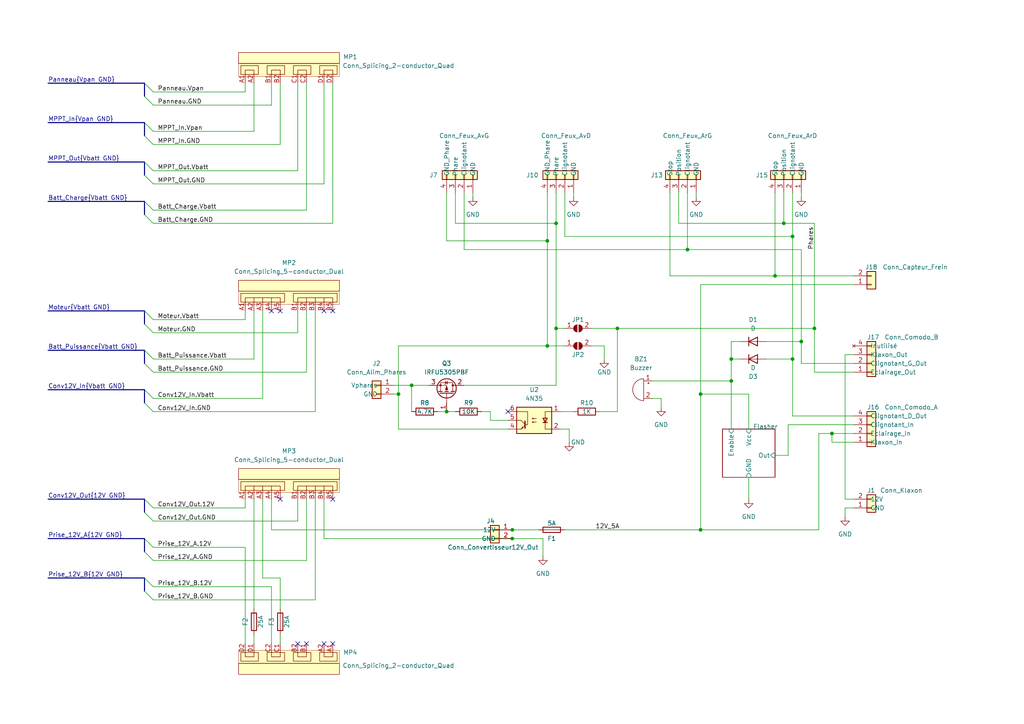
<source format=kicad_sch>
(kicad_sch (version 20211123) (generator eeschema)
  (paper "A4")
  (title_block (title "Boitier électrique vhéliotech") (date "2025-01-08") (company "Vélo solaire pour tous") (comment 1 "Licence CERN-OHL-S version 2"))
  (lib_symbols
    (symbol "Conn_Feux_Arriere_1" (pin_names (offset 1.016))
      (property "Reference" "J" (at 0 5.08 0))
      (property "Value" "Conn_Feux_Arriere_1" (at 0 -7.62 0))
      (symbol "Conn_Feux_Arriere_1_1_1"
        (rectangle (start -1.27 -4.953) (end 0 -5.207) (stroke (width 0.1524)))
        (rectangle (start -1.27 -2.413) (end 0 -2.667) (stroke (width 0.1524)))
        (rectangle (start -1.27 0.127) (end 0 -0.127) (stroke (width 0.1524)))
        (rectangle (start -1.27 2.667) (end 0 2.413) (stroke (width 0.1524)))
        (rectangle (start -1.27 3.81) (end 1.27 -6.35) (stroke (width 0.254)) (fill (type background)))
        (pin power_in line (at -5.08 2.54 0) (length 3.81) (name "GND") (number "1"))
        (pin passive line (at -5.08 0 0) (length 3.81) (name "Clignotant") (number "2"))
        (pin passive line (at -5.08 -2.54 0) (length 3.81) (name "Position") (number "3"))
        (pin passive line (at -5.08 -5.08 0) (length 3.81) (name "Stop") (number "4"))
      )
    )
    (symbol "Connector_Generic:Conn_01x02" (pin_names (offset 1.016) hide)
      (property "Reference" "J" (at 0 2.54 0))
      (property "Value" "Conn_01x02" (at 0 -5.08 0))
      (symbol "Conn_01x02_1_1"
        (rectangle (start -1.27 -2.413) (end 0 -2.667) (stroke (width 0.1524)))
        (rectangle (start -1.27 0.127) (end 0 -0.127) (stroke (width 0.1524)))
        (rectangle (start -1.27 1.27) (end 1.27 -3.81) (stroke (width 0.254)) (fill (type background)))
        (pin passive line (at -5.08 0 0) (length 3.81) (name "Pin_1") (number "1"))
        (pin passive line (at -5.08 -2.54 0) (length 3.81) (name "Pin_2") (number "2"))
      )
    )
    (symbol "Device:Buzzer" (pin_names (offset 0.0254) hide)
      (property "Reference" "BZ" (at 3.81 1.27 0))
      (property "Value" "Buzzer" (at 3.81 -1.27 0))
      (symbol "Buzzer_0_1"
        (arc (start 0 -3.175) (mid 3.175 0) (end 0 3.175))
        (polyline (pts (xy -1.651 1.905) (xy -1.143 1.905)))
        (polyline (pts (xy -1.397 2.159) (xy -1.397 1.651)))
        (polyline (pts (xy 0 3.175) (xy 0 -3.175)))
      )
      (symbol "Buzzer_1_1"
        (pin passive line (at -2.54 2.54 0) (length 2.54) (name "-") (number "1"))
        (pin passive line (at -2.54 -2.54 0) (length 2.54) (name "+") (number "2"))
      )
    )
    (symbol "Device:D" (pin_numbers hide) (pin_names (offset 1.016) hide)
      (property "Reference" "D" (at 0 2.54 0))
      (property "Value" "D" (at 0 -2.54 0))
      (symbol "D_0_1"
        (polyline (pts (xy -1.27 1.27) (xy -1.27 -1.27)) (stroke (width 0.254)))
        (polyline (pts (xy 1.27 0) (xy -1.27 0)))
        (polyline (pts (xy 1.27 1.27) (xy 1.27 -1.27) (xy -1.27 0) (xy 1.27 1.27)) (stroke (width 0.254)))
      )
      (symbol "D_1_1"
        (pin passive line (at -3.81 0 0) (length 2.54) (name "K") (number "1"))
        (pin passive line (at 3.81 0 180) (length 2.54) (name "A") (number "2"))
      )
    )
    (symbol "Device:R" (pin_numbers hide) (pin_names (offset 0))
      (property "Reference" "R" (at 2.032 0 90))
      (property "Value" "R" (at 0 0 90))
      (symbol "R_0_1"
        (rectangle (start -1.016 -2.54) (end 1.016 2.54) (stroke (width 0.254)))
      )
      (symbol "R_1_1"
        (pin passive line (at 0 3.81 270) (length 1.27) (name "~") (number "1"))
        (pin passive line (at 0 -3.81 90) (length 1.27) (name "~") (number "2"))
      )
    )
    (symbol "Isolator:4N35" (pin_names (offset 1.016))
      (property "Reference" "U" (at -5.08 5.08 0))
      (property "Value" "4N35" (at 0 5.08 0))
      (symbol "4N35_0_1"
        (rectangle (start -5.08 3.81) (end 5.08 -3.81) (stroke (width 0.254)) (fill (type background)))
        (polyline (pts (xy -3.81 -0.635) (xy -2.54 -0.635)) (stroke (width 0.254)))
        (polyline (pts (xy 2.667 -1.397) (xy 3.81 -2.54)))
        (polyline (pts (xy 2.667 -1.143) (xy 3.81 0)))
        (polyline (pts (xy 3.81 -2.54) (xy 5.08 -2.54)))
        (polyline (pts (xy 3.81 0) (xy 5.08 0)))
        (polyline (pts (xy 2.667 -0.254) (xy 2.667 -2.286) (xy 2.667 -2.286)) (stroke (width 0.3556)))
        (polyline (pts (xy -5.08 -2.54) (xy -3.175 -2.54) (xy -3.175 2.54) (xy -5.08 2.54)))
        (polyline (pts (xy -3.175 -0.635) (xy -3.81 0.635) (xy -2.54 0.635) (xy -3.175 -0.635)) (stroke (width 0.254)))
        (polyline (pts (xy 3.683 -2.413) (xy 3.429 -1.905) (xy 3.175 -2.159) (xy 3.683 -2.413)))
        (polyline (pts (xy 5.08 2.54) (xy 1.905 2.54) (xy 1.905 -1.27) (xy 2.54 -1.27)))
        (polyline (pts (xy -0.635 -0.508) (xy 0.635 -0.508) (xy 0.254 -0.635) (xy 0.254 -0.381) (xy 0.635 -0.508)))
        (polyline (pts (xy -0.635 0.508) (xy 0.635 0.508) (xy 0.254 0.381) (xy 0.254 0.635) (xy 0.635 0.508)))
      )
      (symbol "4N35_1_1"
        (pin passive line (at -7.62 2.54 0) (length 2.54) (name "~") (number "1"))
        (pin passive line (at -7.62 -2.54 0) (length 2.54) (name "~") (number "2"))
        (pin no_connect line (at -5.08 0 0) (length 2.54) hide (name "NC") (number "3"))
        (pin passive line (at 7.62 -2.54 180) (length 2.54) (name "~") (number "4"))
        (pin passive line (at 7.62 0 180) (length 2.54) (name "~") (number "5"))
        (pin passive line (at 7.62 2.54 180) (length 2.54) (name "~") (number "6"))
      )
    )
    (symbol "Jumper:SolderJumper_2_Open" (pin_names (offset 0) hide)
      (property "Reference" "JP" (at 0 2.032 0))
      (property "Value" "SolderJumper_2_Open" (at 0 -2.54 0))
      (symbol "SolderJumper_2_Open_0_1"
        (arc (start -0.254 1.016) (mid -1.27 0) (end -0.254 -1.016))
        (arc (start -0.254 1.016) (mid -1.27 0) (end -0.254 -1.016) (fill (type outline)))
        (polyline (pts (xy -0.254 1.016) (xy -0.254 -1.016)))
        (polyline (pts (xy 0.254 1.016) (xy 0.254 -1.016)))
        (arc (start 0.254 -1.016) (mid 1.27 0) (end 0.254 1.016))
        (arc (start 0.254 -1.016) (mid 1.27 0) (end 0.254 1.016) (fill (type outline)))
      )
      (symbol "SolderJumper_2_Open_1_1"
        (pin passive line (at -3.81 0 0) (length 2.54) (name "A") (number "1"))
        (pin passive line (at 3.81 0 180) (length 2.54) (name "B") (number "2"))
      )
    )
    (symbol "Transistor_FET:FQP27P06" (pin_names hide)
      (property "Reference" "Q" (at 5.08 1.905 0))
      (property "Value" "FQP27P06" (at 5.08 0 0))
      (symbol "FQP27P06_0_1"
        (polyline (pts (xy 0.254 0) (xy -2.54 0)))
        (polyline (pts (xy 0.254 1.905) (xy 0.254 -1.905)) (stroke (width 0.254)))
        (polyline (pts (xy 0.762 -1.27) (xy 0.762 -2.286)) (stroke (width 0.254)))
        (polyline (pts (xy 0.762 0.508) (xy 0.762 -0.508)) (stroke (width 0.254)))
        (polyline (pts (xy 0.762 2.286) (xy 0.762 1.27)) (stroke (width 0.254)))
        (polyline (pts (xy 2.54 2.54) (xy 2.54 1.778)))
        (polyline (pts (xy 2.54 -2.54) (xy 2.54 0) (xy 0.762 0)))
        (polyline (pts (xy 0.762 1.778) (xy 3.302 1.778) (xy 3.302 -1.778) (xy 0.762 -1.778)))
        (polyline (pts (xy 2.286 0) (xy 1.27 0.381) (xy 1.27 -0.381) (xy 2.286 0)) (fill (type outline)))
        (polyline (pts (xy 2.794 -0.508) (xy 2.921 -0.381) (xy 3.683 -0.381) (xy 3.81 -0.254)))
        (polyline (pts (xy 3.302 -0.381) (xy 2.921 0.254) (xy 3.683 0.254) (xy 3.302 -0.381)))
        (circle (center 1.651 0) (radius 2.794) (stroke (width 0.254)))
        (circle (center 2.54 -1.778) (radius 0.254) (fill (type outline)))
        (circle (center 2.54 1.778) (radius 0.254) (fill (type outline)))
      )
      (symbol "FQP27P06_1_1"
        (pin input line (at -5.08 0 0) (length 2.54) (name "G") (number "1"))
        (pin passive line (at 2.54 5.08 270) (length 2.54) (name "D") (number "2"))
        (pin passive line (at 2.54 -5.08 90) (length 2.54) (name "S") (number "3"))
      )
    )
    (symbol "circuit:Conn_Alim_Phares" (pin_names (offset 1.016))
      (property "Reference" "J" (at 0 2.54 0))
      (property "Value" "Conn_Alim_Phares" (at 0 -5.08 0))
      (symbol "Conn_Alim_Phares_1_1"
        (rectangle (start -1.27 -2.413) (end 0 -2.667) (stroke (width 0.1524)))
        (rectangle (start -1.27 0.127) (end 0 -0.127) (stroke (width 0.1524)))
        (rectangle (start -1.27 1.27) (end 1.27 -3.81) (stroke (width 0.254)) (fill (type background)))
        (pin power_out line (at -5.08 0 0) (length 3.81) (name "Vphares") (number "1"))
        (pin power_out line (at -5.08 -2.54 0) (length 3.81) (name "GND") (number "2"))
      )
    )
    (symbol "circuit:Conn_Comodo_A" (pin_names (offset 1.016))
      (property "Reference" "J" (at 0 5.08 0))
      (property "Value" "Conn_Comodo_A" (at 0 -7.62 0))
      (symbol "Conn_Comodo_A_1_1"
        (rectangle (start -1.27 -4.953) (end 0 -5.207) (stroke (width 0.1524)))
        (rectangle (start -1.27 -2.413) (end 0 -2.667) (stroke (width 0.1524)))
        (rectangle (start -1.27 0.127) (end 0 -0.127) (stroke (width 0.1524)))
        (rectangle (start -1.27 2.667) (end 0 2.413) (stroke (width 0.1524)))
        (rectangle (start -1.27 3.81) (end 1.27 -6.35) (stroke (width 0.254)) (fill (type background)))
        (pin passive line (at -5.08 2.54 0) (length 3.81) (name "Klaxon_In") (number "1"))
        (pin passive line (at -5.08 0 0) (length 3.81) (name "Eclairage_In") (number "2"))
        (pin passive line (at -5.08 -2.54 0) (length 3.81) (name "Clignotant_In") (number "3"))
        (pin passive line (at -5.08 -5.08 0) (length 3.81) (name "Clignotant_D_Out") (number "4"))
      )
    )
    (symbol "circuit:Conn_Comodo_B" (pin_names (offset 1.016))
      (property "Reference" "J" (at 0 5.08 0))
      (property "Value" "Conn_Comodo_B" (at 0 -7.62 0))
      (symbol "Conn_Comodo_B_1_1"
        (rectangle (start -1.27 -4.953) (end 0 -5.207) (stroke (width 0.1524)))
        (rectangle (start -1.27 -2.413) (end 0 -2.667) (stroke (width 0.1524)))
        (rectangle (start -1.27 0.127) (end 0 -0.127) (stroke (width 0.1524)))
        (rectangle (start -1.27 2.667) (end 0 2.413) (stroke (width 0.1524)))
        (rectangle (start -1.27 3.81) (end 1.27 -6.35) (stroke (width 0.254)) (fill (type background)))
        (pin passive line (at -5.08 2.54 0) (length 3.81) (name "Eclairage_Out") (number "1"))
        (pin passive line (at -5.08 0 0) (length 3.81) (name "Clignotant_G_Out") (number "2"))
        (pin passive line (at -5.08 -2.54 0) (length 3.81) (name "Klaxon_Out") (number "3"))
        (pin no_connect line (at -5.08 -5.08 0) (length 3.81) (name "Inutilisé") (number "4"))
      )
    )
    (symbol "circuit:Conn_Convertisseur12V_Out" (pin_names (offset 1.016))
      (property "Reference" "J" (at 0 2.54 0))
      (property "Value" "Conn_Convertisseur12V_Out" (at 0 -5.08 0))
      (symbol "Conn_Convertisseur12V_Out_1_1"
        (rectangle (start -1.27 -2.413) (end 0 -2.667) (stroke (width 0.1524)))
        (rectangle (start -1.27 0.127) (end 0 -0.127) (stroke (width 0.1524)))
        (rectangle (start -1.27 1.27) (end 1.27 -3.81) (stroke (width 0.254)) (fill (type background)))
        (pin power_out line (at -5.08 0 0) (length 3.81) (name "12V") (number "1"))
        (pin power_out line (at -5.08 -2.54 0) (length 3.81) (name "GND") (number "2"))
      )
    )
    (symbol "circuit:Conn_Feux_Arriere" (pin_names (offset 1.016))
      (property "Reference" "J" (at 0 5.08 0))
      (property "Value" "Conn_Feux_Arriere" (at 0 -7.62 0))
      (symbol "Conn_Feux_Arriere_1_1"
        (rectangle (start -1.27 -4.953) (end 0 -5.207) (stroke (width 0.1524)))
        (rectangle (start -1.27 -2.413) (end 0 -2.667) (stroke (width 0.1524)))
        (rectangle (start -1.27 0.127) (end 0 -0.127) (stroke (width 0.1524)))
        (rectangle (start -1.27 2.667) (end 0 2.413) (stroke (width 0.1524)))
        (rectangle (start -1.27 3.81) (end 1.27 -6.35) (stroke (width 0.254)) (fill (type background)))
        (pin power_in line (at -5.08 2.54 0) (length 3.81) (name "GND") (number "1"))
        (pin passive line (at -5.08 0 0) (length 3.81) (name "Clignotant") (number "2"))
        (pin passive line (at -5.08 -2.54 0) (length 3.81) (name "Position") (number "3"))
        (pin passive line (at -5.08 -5.08 0) (length 3.81) (name "Stop") (number "4"))
      )
    )
    (symbol "circuit:Conn_Feux_Avant" (pin_names (offset 1.016))
      (property "Reference" "J" (at 0 5.08 0))
      (property "Value" "Conn_Feux_Avant" (at 0 -7.62 0))
      (symbol "Conn_Feux_Avant_1_1"
        (rectangle (start -1.27 -4.953) (end 0 -5.207) (stroke (width 0.1524)))
        (rectangle (start -1.27 -2.413) (end 0 -2.667) (stroke (width 0.1524)))
        (rectangle (start -1.27 0.127) (end 0 -0.127) (stroke (width 0.1524)))
        (rectangle (start -1.27 2.667) (end 0 2.413) (stroke (width 0.1524)))
        (rectangle (start -1.27 3.81) (end 1.27 -6.35) (stroke (width 0.254)) (fill (type background)))
        (pin power_in line (at -5.08 2.54 0) (length 3.81) (name "GND") (number "1"))
        (pin passive line (at -5.08 0 0) (length 3.81) (name "Clignotant") (number "2"))
        (pin passive line (at -5.08 -2.54 0) (length 3.81) (name "Phare") (number "3"))
        (pin power_in line (at -5.08 -5.08 0) (length 3.81) (name "GND_Phare") (number "4"))
      )
    )
    (symbol "circuit:Conn_Klaxon" (pin_names (offset 1.016))
      (property "Reference" "J" (at 0 2.54 0))
      (property "Value" "Conn_Klaxon" (at 0 -5.08 0))
      (symbol "Conn_Klaxon_1_1"
        (rectangle (start -1.27 -2.413) (end 0 -2.667) (stroke (width 0.1524)))
        (rectangle (start -1.27 0.127) (end 0 -0.127) (stroke (width 0.1524)))
        (rectangle (start -1.27 1.27) (end 1.27 -3.81) (stroke (width 0.254)) (fill (type background)))
        (pin power_in line (at -5.08 0 0) (length 3.81) (name "GND") (number "1"))
        (pin passive line (at -5.08 -2.54 0) (length 3.81) (name "12V") (number "2"))
      )
    )
    (symbol "circuit:Conn_Splicing_2-conductor_Quad"
      (property "Reference" "MP" (at 0.635 11.43 0))
      (property "Value" "Conn_Splicing_2-conductor_Quad" (at 1.27 -21.59 0))
      (symbol "Conn_Splicing_2-conductor_Quad_0_1"
        (rectangle (start -3.175 9.525) (end 0.635 -19.685) (stroke (width 0.01)) (fill (type background)))
        (rectangle (start -2.54 -13.97) (end 0 -19.05))
        (rectangle (start -2.54 -6.35) (end 0 -11.43))
        (rectangle (start -2.54 1.27) (end 0 -3.81))
        (rectangle (start -2.54 8.89) (end 0 3.81))
        (polyline (pts (xy -2.54 -15.24) (xy -1.27 -15.24) (xy -1.27 -17.78) (xy -2.54 -17.78)))
        (polyline (pts (xy -2.54 -7.62) (xy -1.27 -7.62) (xy -1.27 -10.16) (xy -2.54 -10.16)))
        (polyline (pts (xy -2.54 0) (xy -1.27 0) (xy -1.27 -2.54) (xy -2.54 -2.54)))
        (polyline (pts (xy -2.54 7.62) (xy -1.27 7.62) (xy -1.27 5.08) (xy -2.54 5.08)))
        (rectangle (start 0.635 9.525) (end 3.81 -19.685) (fill (type background)))
      )
      (symbol "Conn_Splicing_2-conductor_Quad_1_1"
        (pin passive line (at -5.08 7.62 0) (length 2.54) (name "") (number "A1"))
        (pin passive line (at -5.08 5.08 0) (length 2.54) (name "") (number "A2"))
        (pin passive line (at -5.08 0 0) (length 2.54) (name "") (number "B1"))
        (pin passive line (at -5.08 -2.54 0) (length 2.54) (name "") (number "B2"))
        (pin passive line (at -5.08 -7.62 0) (length 2.54) (name "") (number "C1"))
        (pin passive line (at -5.08 -10.16 0) (length 2.54) (name "") (number "C2"))
        (pin passive line (at -5.08 -15.24 0) (length 2.54) (name "") (number "D1"))
        (pin passive line (at -5.08 -17.78 0) (length 2.54) (name "") (number "D2"))
      )
    )
    (symbol "circuit:Conn_Splicing_5-conductor_Dual"
      (property "Reference" "MP" (at 0.635 11.43 0))
      (property "Value" "Conn_Splicing_5-conductor_Dual" (at 1.27 -21.59 0))
      (symbol "Conn_Splicing_5-conductor_Dual_0_1"
        (rectangle (start -3.175 9.525) (end 0.635 -19.685) (stroke (width 0.01)) (fill (type background)))
        (rectangle (start -2.54 -6.35) (end 0 -19.05))
        (rectangle (start -2.54 8.89) (end 0 -3.81))
        (polyline (pts (xy -1.27 -15.24) (xy -2.54 -15.24)))
        (polyline (pts (xy -1.27 -12.7) (xy -2.54 -12.7)))
        (polyline (pts (xy -1.27 -10.16) (xy -2.54 -10.16)))
        (polyline (pts (xy -1.27 0) (xy -2.54 0)))
        (polyline (pts (xy -1.27 2.54) (xy -2.54 2.54)))
        (polyline (pts (xy -1.27 5.08) (xy -2.54 5.08)))
        (polyline (pts (xy -2.54 -7.62) (xy -1.27 -7.62) (xy -1.27 -17.78) (xy -2.54 -17.78)))
        (polyline (pts (xy -2.54 7.62) (xy -1.27 7.62) (xy -1.27 -2.54) (xy -2.54 -2.54)))
        (rectangle (start 0.635 9.525) (end 3.81 -19.685) (fill (type background)))
      )
      (symbol "Conn_Splicing_5-conductor_Dual_1_1"
        (pin passive line (at -5.08 7.62 0) (length 2.54) (name "") (number "A1"))
        (pin passive line (at -5.08 5.08 0) (length 2.54) (name "") (number "A2"))
        (pin passive line (at -5.08 2.54 0) (length 2.54) (name "") (number "A3"))
        (pin passive line (at -5.08 0 0) (length 2.54) (name "") (number "A4"))
        (pin passive line (at -5.08 -2.54 0) (length 2.54) (name "") (number "A5"))
        (pin passive line (at -5.08 -7.62 0) (length 2.54) (name "") (number "B1"))
        (pin passive line (at -5.08 -10.16 0) (length 2.54) (name "") (number "B2"))
        (pin passive line (at -5.08 -12.7 0) (length 2.54) (name "") (number "B3"))
        (pin passive line (at -5.08 -15.24 0) (length 2.54) (name "") (number "B4"))
        (pin passive line (at -5.08 -17.78 0) (length 2.54) (name "") (number "B5"))
      )
    )
    (symbol "circuit:Fuse" (pin_numbers hide) (pin_names (offset 0))
      (property "Reference" "F" (at 2.032 0 90))
      (property "Value" "Fuse" (at -1.905 0 90))
      (symbol "Fuse_0_1"
        (rectangle (start -0.762 -2.54) (end 0.762 2.54) (stroke (width 0.254)))
        (polyline (pts (xy 0 2.54) (xy 0 -2.54)))
      )
      (symbol "Fuse_1_1"
        (pin passive line (at 0 3.81 270) (length 1.27) (name "~") (number "1"))
        (pin passive line (at 0 -3.81 90) (length 1.27) (name "~") (number "2"))
      )
    )
    (symbol "power:GND" (power) (pin_names (offset 0))
      (property "Value" "GND" (at 0 -3.81 0))
      (symbol "GND_0_1"
        (polyline (pts (xy 0 0) (xy 0 -1.27) (xy 1.27 -1.27) (xy 0 -2.54) (xy -1.27 -1.27) (xy 0 -1.27)))
      )
      (symbol "GND_1_1"
        (pin power_in line (at 0 0 270) (length 0) hide (name "GND") (number "1"))
      )
    )
  )
  (junction (at 148.59 156.21))
  (junction (at 179.07 95.25))
  (junction (at 199.39 72.39))
  (junction (at 161.29 64.77))
  (junction (at 224.79 80.01))
  (junction (at 241.3 125.73))
  (junction (at 229.87 104.14))
  (junction (at 203.2 114.3))
  (junction (at 115.57 114.3))
  (junction (at 227.33 64.77))
  (junction (at 161.29 95.25))
  (junction (at 229.87 68.58))
  (junction (at 212.09 104.14))
  (junction (at 236.22 95.25))
  (junction (at 158.75 69.85))
  (junction (at 212.09 110.49))
  (junction (at 203.2 153.67))
  (junction (at 129.54 119.38))
  (junction (at 148.59 153.67))
  (junction (at 232.41 99.06))
  (junction (at 158.75 100.33))
  (junction (at 119.38 111.76))
  (no_connect (at 96.52 186.69))
  (no_connect (at 93.98 90.17))
  (no_connect (at 96.52 144.78))
  (no_connect (at 96.52 90.17))
  (no_connect (at 147.32 119.38))
  (no_connect (at 78.74 90.17))
  (no_connect (at 88.9 186.69))
  (no_connect (at 93.98 186.69))
  (no_connect (at 86.36 186.69))
  (no_connect (at 81.28 144.78))
  (no_connect (at 81.28 90.17))
  (bus_entry (at 41.91 35.56) (size 2.54 2.54))
  (bus_entry (at 41.91 105.41) (size 2.54 2.54))
  (bus_entry (at 41.91 144.78) (size 2.54 2.54))
  (bus_entry (at 41.91 58.42) (size 2.54 2.54))
  (bus_entry (at 41.91 116.84) (size 2.54 2.54))
  (bus_entry (at 41.91 62.23) (size 2.54 2.54))
  (bus_entry (at 41.91 24.13) (size 2.54 2.54))
  (bus_entry (at 41.91 50.8) (size 2.54 2.54))
  (bus_entry (at 41.91 167.64) (size 2.54 2.54))
  (bus_entry (at 41.91 46.99) (size 2.54 2.54))
  (bus_entry (at 41.91 156.21) (size 2.54 2.54))
  (bus_entry (at 41.91 93.98) (size 2.54 2.54))
  (bus_entry (at 41.91 113.03) (size 2.54 2.54))
  (bus_entry (at 41.91 171.45) (size 2.54 2.54))
  (bus_entry (at 41.91 90.17) (size 2.54 2.54))
  (bus_entry (at 41.91 148.59) (size 2.54 2.54))
  (bus_entry (at 41.91 27.94) (size 2.54 2.54))
  (bus_entry (at 41.91 160.02) (size 2.54 2.54))
  (bus_entry (at 41.91 101.6) (size 2.54 2.54))
  (bus_entry (at 41.91 39.37) (size 2.54 2.54))
  (wire (pts (xy 217.17 138.43) (xy 217.17 144.78)))
  (wire (pts (xy 71.12 147.32) (xy 71.12 144.78)))
  (wire (pts (xy 212.09 110.49) (xy 212.09 124.46)))
  (wire (pts (xy 161.29 95.25) (xy 161.29 111.76)))
  (wire (pts (xy 247.65 147.32) (xy 245.11 147.32)))
  (bus (pts (xy 41.91 35.56) (xy 41.91 39.37)))
  (wire (pts (xy 88.9 162.56) (xy 88.9 144.78)))
  (wire (pts (xy 129.54 55.88) (xy 129.54 69.85)))
  (wire (pts (xy 228.6 123.19) (xy 228.6 132.08)))
  (wire (pts (xy 222.25 99.06) (xy 232.41 99.06)))
  (wire (pts (xy 161.29 64.77) (xy 132.08 64.77)))
  (wire (pts (xy 212.09 104.14) (xy 212.09 110.49)))
  (bus (pts (xy 13.97 24.13) (xy 41.91 24.13)))
  (wire (pts (xy 44.45 162.56) (xy 88.9 162.56)))
  (bus (pts (xy 41.91 144.78) (xy 41.91 148.59)))
  (wire (pts (xy 44.45 158.75) (xy 71.12 158.75)))
  (wire (pts (xy 227.33 55.88) (xy 227.33 64.77)))
  (wire (pts (xy 44.45 170.18) (xy 78.74 170.18)))
  (wire (pts (xy 199.39 55.88) (xy 199.39 72.39)))
  (wire (pts (xy 127 119.38) (xy 129.54 119.38)))
  (wire (pts (xy 88.9 60.96) (xy 88.9 24.13)))
  (wire (pts (xy 158.75 100.33) (xy 115.57 100.33)))
  (wire (pts (xy 229.87 68.58) (xy 163.83 68.58)))
  (wire (pts (xy 161.29 95.25) (xy 163.83 95.25)))
  (wire (pts (xy 44.45 147.32) (xy 71.12 147.32)))
  (wire (pts (xy 73.66 144.78) (xy 73.66 176.53)))
  (wire (pts (xy 147.32 121.92) (xy 142.24 121.92)))
  (wire (pts (xy 237.49 153.67) (xy 237.49 125.73)))
  (wire (pts (xy 162.56 119.38) (xy 166.37 119.38)))
  (wire (pts (xy 81.28 167.64) (xy 81.28 176.53)))
  (wire (pts (xy 44.45 30.48) (xy 78.74 30.48)))
  (wire (pts (xy 137.16 55.88) (xy 137.16 57.15)))
  (wire (pts (xy 161.29 55.88) (xy 161.29 64.77)))
  (wire (pts (xy 241.3 128.27) (xy 241.3 125.73)))
  (wire (pts (xy 114.3 114.3) (xy 115.57 114.3)))
  (wire (pts (xy 44.45 26.67) (xy 71.12 26.67)))
  (wire (pts (xy 179.07 95.25) (xy 236.22 95.25)))
  (wire (pts (xy 158.75 100.33) (xy 163.83 100.33)))
  (wire (pts (xy 71.12 92.71) (xy 71.12 90.17)))
  (wire (pts (xy 161.29 64.77) (xy 161.29 95.25)))
  (wire (pts (xy 245.11 144.78) (xy 247.65 144.78)))
  (wire (pts (xy 86.36 96.52) (xy 86.36 90.17)))
  (wire (pts (xy 247.65 120.65) (xy 229.87 120.65)))
  (wire (pts (xy 91.44 173.99) (xy 91.44 144.78)))
  (bus (pts (xy 13.97 144.78) (xy 41.91 144.78)))
  (wire (pts (xy 78.74 186.69) (xy 78.74 170.18)))
  (bus (pts (xy 13.97 156.21) (xy 41.91 156.21)))
  (wire (pts (xy 203.2 114.3) (xy 217.17 114.3)))
  (bus (pts (xy 13.97 58.42) (xy 41.91 58.42)))
  (bus (pts (xy 13.97 35.56) (xy 41.91 35.56)))
  (wire (pts (xy 245.11 102.87) (xy 245.11 144.78)))
  (wire (pts (xy 129.54 69.85) (xy 158.75 69.85)))
  (wire (pts (xy 73.66 184.15) (xy 73.66 186.69)))
  (wire (pts (xy 203.2 114.3) (xy 203.2 153.67)))
  (wire (pts (xy 224.79 80.01) (xy 224.79 55.88)))
  (wire (pts (xy 148.59 156.21) (xy 157.48 156.21)))
  (wire (pts (xy 162.56 124.46) (xy 165.1 124.46)))
  (wire (pts (xy 163.83 153.67) (xy 203.2 153.67)))
  (wire (pts (xy 191.77 118.11) (xy 191.77 115.57)))
  (wire (pts (xy 179.07 95.25) (xy 179.07 119.38)))
  (wire (pts (xy 201.93 55.88) (xy 201.93 57.15)))
  (wire (pts (xy 236.22 64.77) (xy 236.22 95.25)))
  (wire (pts (xy 81.28 184.15) (xy 81.28 186.69)))
  (wire (pts (xy 158.75 69.85) (xy 158.75 100.33)))
  (wire (pts (xy 78.74 30.48) (xy 78.74 24.13)))
  (wire (pts (xy 212.09 99.06) (xy 212.09 104.14)))
  (wire (pts (xy 78.74 153.67) (xy 78.74 144.78)))
  (wire (pts (xy 44.45 53.34) (xy 93.98 53.34)))
  (wire (pts (xy 194.31 80.01) (xy 194.31 55.88)))
  (wire (pts (xy 229.87 104.14) (xy 229.87 120.65)))
  (wire (pts (xy 114.3 111.76) (xy 119.38 111.76)))
  (wire (pts (xy 228.6 123.19) (xy 247.65 123.19)))
  (wire (pts (xy 134.62 72.39) (xy 134.62 55.88)))
  (wire (pts (xy 245.11 102.87) (xy 247.65 102.87)))
  (wire (pts (xy 115.57 114.3) (xy 115.57 124.46)))
  (wire (pts (xy 222.25 104.14) (xy 229.87 104.14)))
  (bus (pts (xy 13.97 113.03) (xy 41.91 113.03)))
  (bus (pts (xy 41.91 101.6) (xy 41.91 105.41)))
  (wire (pts (xy 179.07 119.38) (xy 173.99 119.38)))
  (wire (pts (xy 115.57 100.33) (xy 115.57 114.3)))
  (bus (pts (xy 41.91 46.99) (xy 41.91 50.8)))
  (wire (pts (xy 88.9 107.95) (xy 88.9 90.17)))
  (wire (pts (xy 212.09 104.14) (xy 214.63 104.14)))
  (bus (pts (xy 41.91 24.13) (xy 41.91 27.94)))
  (wire (pts (xy 86.36 151.13) (xy 86.36 144.78)))
  (wire (pts (xy 44.45 107.95) (xy 88.9 107.95)))
  (wire (pts (xy 76.2 144.78) (xy 76.2 167.64)))
  (wire (pts (xy 232.41 99.06) (xy 232.41 105.41)))
  (wire (pts (xy 203.2 82.55) (xy 247.65 82.55)))
  (wire (pts (xy 189.23 110.49) (xy 212.09 110.49)))
  (wire (pts (xy 86.36 49.53) (xy 86.36 24.13)))
  (wire (pts (xy 148.59 153.67) (xy 78.74 153.67)))
  (wire (pts (xy 44.45 41.91) (xy 81.28 41.91)))
  (wire (pts (xy 237.49 125.73) (xy 241.3 125.73)))
  (wire (pts (xy 76.2 115.57) (xy 76.2 90.17)))
  (wire (pts (xy 196.85 55.88) (xy 196.85 64.77)))
  (wire (pts (xy 93.98 156.21) (xy 93.98 144.78)))
  (wire (pts (xy 81.28 41.91) (xy 81.28 24.13)))
  (wire (pts (xy 147.32 124.46) (xy 115.57 124.46)))
  (wire (pts (xy 203.2 82.55) (xy 203.2 114.3)))
  (wire (pts (xy 214.63 99.06) (xy 212.09 99.06)))
  (bus (pts (xy 41.91 167.64) (xy 41.91 171.45)))
  (wire (pts (xy 44.45 119.38) (xy 91.44 119.38)))
  (wire (pts (xy 73.66 104.14) (xy 73.66 90.17)))
  (wire (pts (xy 119.38 111.76) (xy 119.38 119.38)))
  (wire (pts (xy 44.45 64.77) (xy 96.52 64.77)))
  (wire (pts (xy 241.3 125.73) (xy 247.65 125.73)))
  (wire (pts (xy 171.45 95.25) (xy 179.07 95.25)))
  (wire (pts (xy 44.45 151.13) (xy 86.36 151.13)))
  (wire (pts (xy 199.39 72.39) (xy 134.62 72.39)))
  (wire (pts (xy 247.65 128.27) (xy 241.3 128.27)))
  (wire (pts (xy 44.45 49.53) (xy 86.36 49.53)))
  (wire (pts (xy 91.44 119.38) (xy 91.44 90.17)))
  (wire (pts (xy 44.45 115.57) (xy 76.2 115.57)))
  (wire (pts (xy 157.48 156.21) (xy 157.48 161.29)))
  (wire (pts (xy 232.41 72.39) (xy 232.41 99.06)))
  (wire (pts (xy 245.11 147.32) (xy 245.11 149.86)))
  (wire (pts (xy 73.66 38.1) (xy 73.66 24.13)))
  (wire (pts (xy 203.2 153.67) (xy 237.49 153.67)))
  (wire (pts (xy 224.79 80.01) (xy 194.31 80.01)))
  (wire (pts (xy 142.24 121.92) (xy 142.24 119.38)))
  (wire (pts (xy 163.83 68.58) (xy 163.83 55.88)))
  (wire (pts (xy 44.45 92.71) (xy 71.12 92.71)))
  (wire (pts (xy 71.12 26.67) (xy 71.12 24.13)))
  (wire (pts (xy 224.79 80.01) (xy 247.65 80.01)))
  (bus (pts (xy 13.97 167.64) (xy 41.91 167.64)))
  (wire (pts (xy 175.26 104.14) (xy 175.26 100.33)))
  (wire (pts (xy 236.22 107.95) (xy 247.65 107.95)))
  (wire (pts (xy 171.45 100.33) (xy 175.26 100.33)))
  (wire (pts (xy 44.45 60.96) (xy 88.9 60.96)))
  (wire (pts (xy 44.45 96.52) (xy 86.36 96.52)))
  (bus (pts (xy 41.91 90.17) (xy 41.91 93.98)))
  (wire (pts (xy 236.22 95.25) (xy 236.22 107.95)))
  (wire (pts (xy 158.75 69.85) (xy 158.75 55.88)))
  (wire (pts (xy 229.87 68.58) (xy 229.87 104.14)))
  (wire (pts (xy 44.45 173.99) (xy 91.44 173.99)))
  (wire (pts (xy 119.38 111.76) (xy 124.46 111.76)))
  (wire (pts (xy 96.52 64.77) (xy 96.52 24.13)))
  (bus (pts (xy 13.97 46.99) (xy 41.91 46.99)))
  (bus (pts (xy 13.97 101.6) (xy 41.91 101.6)))
  (wire (pts (xy 199.39 72.39) (xy 232.41 72.39)))
  (bus (pts (xy 41.91 58.42) (xy 41.91 62.23)))
  (wire (pts (xy 229.87 55.88) (xy 229.87 68.58)))
  (wire (pts (xy 166.37 55.88) (xy 166.37 57.15)))
  (wire (pts (xy 44.45 104.14) (xy 73.66 104.14)))
  (bus (pts (xy 41.91 156.21) (xy 41.91 160.02)))
  (wire (pts (xy 224.79 132.08) (xy 228.6 132.08)))
  (bus (pts (xy 13.97 90.17) (xy 41.91 90.17)))
  (wire (pts (xy 191.77 115.57) (xy 189.23 115.57)))
  (wire (pts (xy 232.41 105.41) (xy 247.65 105.41)))
  (wire (pts (xy 232.41 55.88) (xy 232.41 57.15)))
  (wire (pts (xy 44.45 38.1) (xy 73.66 38.1)))
  (wire (pts (xy 217.17 114.3) (xy 217.17 124.46)))
  (wire (pts (xy 196.85 64.77) (xy 227.33 64.77)))
  (wire (pts (xy 76.2 167.64) (xy 81.28 167.64)))
  (wire (pts (xy 134.62 111.76) (xy 161.29 111.76)))
  (wire (pts (xy 129.54 119.38) (xy 132.08 119.38)))
  (wire (pts (xy 148.59 156.21) (xy 93.98 156.21)))
  (wire (pts (xy 227.33 64.77) (xy 236.22 64.77)))
  (bus (pts (xy 41.91 113.03) (xy 41.91 116.84)))
  (wire (pts (xy 71.12 186.69) (xy 71.12 158.75)))
  (wire (pts (xy 148.59 153.67) (xy 156.21 153.67)))
  (wire (pts (xy 132.08 64.77) (xy 132.08 55.88)))
  (wire (pts (xy 93.98 53.34) (xy 93.98 24.13)))
  (wire (pts (xy 142.24 119.38) (xy 139.7 119.38)))
  (wire (pts (xy 165.1 124.46) (xy 165.1 128.27)))
  (label "Panneau.Vpan" (at 45.72 26.67 0))
  (label "Panneau.GND" (at 45.72 30.48 0))
  (label "Conv12V_In.Vbatt" (at 45.72 115.57 0))
  (label "Batt_Charge{Vbatt GND}" (at 13.97 58.42 0))
  (label "MPPT_Out{Vbatt GND}" (at 13.97 46.99 0))
  (label "Moteur.GND" (at 45.72 96.52 0))
  (label "Batt_Puissance.Vbatt" (at 45.72 104.14 0))
  (label "Panneau{Vpan GND}" (at 13.97 24.13 0))
  (label "Moteur.Vbatt" (at 45.72 92.71 0))
  (label "Phares" (at 236.22 72.39 90))
  (label "Conv12V_Out.GND" (at 45.72 151.13 0))
  (label "Batt_Charge.GND" (at 45.72 64.77 0))
  (label "Conv12V_Out{12V GND}" (at 13.97 144.78 0))
  (label "MPPT_In{Vpan GND}" (at 13.97 35.56 0))
  (label "Batt_Charge.Vbatt" (at 45.72 60.96 0))
  (label "Prise_12V_B{12V GND}" (at 13.97 167.64 0))
  (label "Conv12V_In{Vbatt GND}" (at 13.97 113.03 0))
  (label "Prise_12V_A.GND" (at 45.72 162.56 0))
  (label "MPPT_In.GND" (at 45.72 41.91 0))
  (label "12V_5A" (at 172.72 153.67 0))
  (label "Batt_Puissance.GND" (at 45.72 107.95 0))
  (label "Conv12V_In.GND" (at 45.72 119.38 0))
  (label "Batt_Puissance{Vbatt GND}" (at 13.97 101.6 0))
  (label "Prise_12V_A.12V" (at 45.72 158.75 0))
  (label "Moteur{Vbatt GND}" (at 13.97 90.17 0))
  (label "Prise_12V_A{12V GND}" (at 13.97 156.21 0))
  (label "Prise_12V_B.12V" (at 45.72 170.18 0))
  (label "MPPT_Out.GND" (at 45.72 53.34 0))
  (label "MPPT_Out.Vbatt" (at 45.72 49.53 0))
  (label "MPPT_In.Vpan" (at 45.72 38.1 0))
  (label "Conv12V_Out.12V" (at 45.72 147.32 0))
  (label "Prise_12V_B.GND" (at 45.72 173.99 0))
  (symbol (lib_id "Isolator:4N35") (at 154.94 121.92 0) (mirror y) (unit 1)
    (property "Reference" "U2" (at 154.94 113.03 0))
    (property "Value" "4N35" (at 154.94 115.57 0))
    (property "Footprint" "Package_DIP:DIP-6_W7.62mm" (effects hide))
    (property "Datasheet" "https://www.vishay.com/docs/81181/4n35.pdf" (effects hide))
  )
  (symbol (lib_id "power:GND") (at 245.11 149.86 0) (unit 1)
    (property "Reference" "#PWR0102" (effects hide))
    (property "Value" "GND" (at 245.11 154.94 0))
  )
  (symbol (lib_id "power:GND") (at 157.48 161.29 0) (unit 1)
    (property "Reference" "#PWR0107" (effects hide))
    (property "Value" "GND" (at 157.48 166.37 0))
  )
  (symbol (lib_id "circuit:Conn_Feux_Avant") (at 163.83 50.8 270) (mirror x) (unit 1)
    (property "Reference" "J10" (at 156.21 50.8 90) (effects (justify right)))
    (property "Value" "Conn_Feux_AvD" (at 171.45 39.37 90) (effects (justify right)))
    (property "Footprint" "circuit:TerminalBlock_Wago_2601-3104_1x04_P3.50mm_Vertical" (effects hide))
  )
  (symbol (lib_id "circuit:Fuse") (at 73.66 180.34 180) (unit 1) (on_board no)
    (property "Reference" "F2" (at 71.12 180.34 90))
    (property "Value" "25A" (at 75.565 180.34 90))
    (property "Footprint" "circuit:Littelfuse_FuseHolder_FL1_178.6764.0001" (effects hide))
  )
  (symbol (lib_id "Transistor_FET:FQP27P06") (at 129.54 114.3 270) (mirror x) (unit 1)
    (property "Reference" "Q3" (at 129.54 105.41 90))
    (property "Value" "IRFU5305PBF" (at 129.54 107.95 90))
    (property "Footprint" "circuit:TO-251-3_Vertical" (effects hide))
    (property "Datasheet" "https://www.onsemi.com/pub/Collateral/FQP27P06-D.PDF" (effects hide))
  )
  (symbol (lib_id "circuit:Conn_Klaxon") (at 252.73 147.32 0) (mirror x) (unit 1)
    (property "Reference" "J1" (at 251.46 142.24 0) (effects (justify left)))
    (property "Value" "Conn_Klaxon" (at 255.27 142.24 0) (effects (justify left)))
    (property "Footprint" "circuit:TerminalBlock_Wago_2601-3102_1x02_P3.50mm_Vertical" (effects hide))
  )
  (symbol (lib_id "Device:D") (at 218.44 99.06 0) (unit 1)
    (property "Reference" "D1" (at 218.44 92.71 0))
    (property "Value" "D" (at 218.44 95.25 0))
    (property "Footprint" "Diode_THT:D_DO-35_SOD27_P7.62mm_Horizontal" (effects hide))
  )
  (symbol (lib_id "power:GND") (at 232.41 57.15 0) (unit 1)
    (property "Reference" "#PWR0103" (effects hide))
    (property "Value" "GND" (at 232.41 62.23 0))
  )
  (symbol (lib_id "circuit:Conn_Splicing_5-conductor_Dual") (at 78.74 85.09 90) (unit 1)
    (property "Reference" "MP2" (at 83.82 76.2 90))
    (property "Value" "Conn_Splicing_5-conductor_Dual" (at 83.82 78.74 90))
    (property "Footprint" "circuit:Wago_221-500_SplicingConnectorHolder" (effects hide))
  )
  (symbol (lib_name "Conn_Feux_Arriere_1") (lib_id "circuit:Conn_Feux_Arriere") (at 199.39 50.8 270) (mirror x) (unit 1)
    (property "Reference" "J13" (at 190.5 50.8 90))
    (property "Value" "Conn_Feux_ArG" (at 199.39 39.37 90))
    (property "Footprint" "circuit:TerminalBlock_Wago_2601-3104_1x04_P3.50mm_Vertical" (effects hide))
  )
  (symbol (lib_id "Device:Buzzer") (at 186.69 113.03 0) (mirror y) (unit 1)
    (property "Reference" "BZ1" (at 185.928 104.14 0))
    (property "Value" "Buzzer" (at 185.928 106.68 0))
    (property "Footprint" "circuit:Buzzer_25x16_12.5" (effects hide))
  )
  (symbol (lib_id "circuit:Conn_Convertisseur12V_Out") (at 143.51 153.67 0) (mirror y) (unit 1)
    (property "Reference" "J4" (at 143.51 151.13 0) (effects (justify left)))
    (property "Value" "Conn_Convertisseur12V_Out" (at 156.21 158.75 0) (effects (justify left)))
    (property "Footprint" "circuit:TerminalBlock_Wago_2601-3102_1x02_P3.50mm_Vertical" (effects hide))
  )
  (symbol (lib_id "circuit:Conn_Splicing_2-conductor_Quad") (at 78.74 19.05 90) (unit 1)
    (property "Reference" "MP1" (at 101.6 16.51 90))
    (property "Value" "Conn_Splicing_2-conductor_Quad" (at 115.57 19.05 90))
    (property "Footprint" "circuit:Wago_221-500_SplicingConnectorHolder" (effects hide))
  )
  (symbol (lib_id "circuit:Conn_Comodo_A") (at 252.73 125.73 0) (mirror x) (unit 1)
    (property "Reference" "J16" (at 251.46 118.11 0) (effects (justify left)))
    (property "Value" "Conn_Comodo_A" (at 256.54 118.11 0) (effects (justify left)))
    (property "Footprint" "circuit:TerminalBlock_Wago_2601-3104_1x04_P3.50mm_Vertical" (effects hide))
  )
  (symbol (lib_id "circuit:Conn_Splicing_5-conductor_Dual") (at 78.74 139.7 90) (unit 1)
    (property "Reference" "MP3" (at 83.82 130.81 90))
    (property "Value" "Conn_Splicing_5-conductor_Dual" (at 83.82 133.35 90))
    (property "Footprint" "circuit:Wago_221-500_SplicingConnectorHolder" (effects hide))
  )
  (symbol (lib_id "Device:R") (at 135.89 119.38 90) (unit 1)
    (property "Reference" "R9" (at 135.89 116.84 90))
    (property "Value" "10K" (at 135.89 119.38 90))
    (property "Footprint" "Resistor_THT:R_Axial_DIN0207_L6.3mm_D2.5mm_P10.16mm_Horizontal" (effects hide))
  )
  (symbol (lib_id "power:GND") (at 191.77 118.11 0) (unit 1)
    (property "Reference" "#PWR01" (effects hide))
    (property "Value" "GND" (at 191.77 123.19 0))
  )
  (symbol (lib_id "Jumper:SolderJumper_2_Open") (at 167.64 100.33 0) (unit 1)
    (property "Reference" "JP2" (at 167.64 102.87 0))
    (property "Value" "SolderJumper_2_Open" (effects hide))
    (property "Footprint" "Jumper:SolderJumper-2_P1.3mm_Open_RoundedPad1.0x1.5mm" (effects hide))
  )
  (symbol (lib_id "Device:R") (at 123.19 119.38 90) (unit 1)
    (property "Reference" "R8" (at 123.19 116.84 90))
    (property "Value" "4.7K" (at 123.19 119.38 90))
    (property "Footprint" "Resistor_THT:R_Axial_DIN0207_L6.3mm_D2.5mm_P10.16mm_Horizontal" (effects hide))
  )
  (symbol (lib_id "circuit:Conn_Comodo_B") (at 252.73 105.41 0) (mirror x) (unit 1)
    (property "Reference" "J17" (at 251.46 97.79 0) (effects (justify left)))
    (property "Value" "Conn_Comodo_B" (at 256.54 97.79 0) (effects (justify left)))
    (property "Footprint" "circuit:TerminalBlock_Wago_2601-3104_1x04_P3.50mm_Vertical" (effects hide))
  )
  (symbol (lib_id "circuit:Fuse") (at 160.02 153.67 270) (unit 1)
    (property "Reference" "F1" (at 160.02 156.21 90))
    (property "Value" "5A" (at 160.02 151.765 90))
    (property "Footprint" "circuit:Generic_FuseHolder_MINI" (effects hide))
  )
  (symbol (lib_id "circuit:Fuse") (at 81.28 180.34 180) (unit 1) (on_board no)
    (property "Reference" "F3" (at 78.74 180.34 90))
    (property "Value" "25A" (at 83.185 180.34 90))
    (property "Footprint" "circuit:Littelfuse_FuseHolder_FL1_178.6764.0001" (effects hide))
  )
  (symbol (lib_id "power:GND") (at 201.93 57.15 0) (unit 1)
    (property "Reference" "#PWR0104" (effects hide))
    (property "Value" "GND" (at 201.93 62.23 0))
  )
  (symbol (lib_id "power:GND") (at 165.1 128.27 0) (unit 1)
    (property "Reference" "#PWR02" (effects hide))
    (property "Value" "GND" (at 167.64 128.27 0))
  )
  (symbol (lib_id "Device:D") (at 218.44 104.14 0) (unit 1)
    (property "Reference" "D3" (at 218.44 109.22 0))
    (property "Value" "D" (at 218.44 106.68 0))
    (property "Footprint" "Diode_THT:D_DO-35_SOD27_P7.62mm_Horizontal" (effects hide))
  )
  (symbol (lib_id "circuit:Conn_Alim_Phares") (at 109.22 111.76 0) (mirror y) (unit 1)
    (property "Reference" "J2" (at 109.22 105.41 0))
    (property "Value" "Conn_Alim_Phares" (at 109.22 107.95 0))
    (property "Footprint" "circuit:TerminalBlock_Wago_2601-3102_1x02_P3.50mm_Vertical" (effects hide))
  )
  (symbol (lib_id "power:GND") (at 175.26 104.14 0) (unit 1)
    (property "Reference" "#PWR03" (effects hide))
    (property "Value" "GND" (at 175.26 107.95 0))
  )
  (symbol (lib_id "Device:R") (at 170.18 119.38 90) (unit 1)
    (property "Reference" "R10" (at 170.18 116.84 90))
    (property "Value" "1K" (at 170.18 119.38 90))
    (property "Footprint" "Resistor_THT:R_Axial_DIN0207_L6.3mm_D2.5mm_P10.16mm_Horizontal" (effects hide))
  )
  (symbol (lib_id "circuit:Conn_Feux_Arriere") (at 229.87 50.8 270) (mirror x) (unit 1)
    (property "Reference" "J15" (at 220.98 50.8 90))
    (property "Value" "Conn_Feux_ArD" (at 229.87 39.37 90))
    (property "Footprint" "circuit:TerminalBlock_Wago_2601-3104_1x04_P3.50mm_Vertical" (effects hide))
  )
  (symbol (lib_id "circuit:Conn_Feux_Avant") (at 134.62 50.8 270) (mirror x) (unit 1)
    (property "Reference" "J7" (at 125.73 50.8 90))
    (property "Value" "Conn_Feux_AvG" (at 134.62 39.37 90))
    (property "Footprint" "circuit:TerminalBlock_Wago_2601-3104_1x04_P3.50mm_Vertical" (effects hide))
  )
  (symbol (lib_id "power:GND") (at 166.37 57.15 0) (unit 1)
    (property "Reference" "#PWR0105" (effects hide))
    (property "Value" "GND" (at 166.37 62.23 0))
  )
  (symbol (lib_id "Connector_Generic:Conn_01x02") (at 252.73 82.55 0) (mirror x) (unit 1)
    (property "Reference" "J18" (at 252.73 77.47 0))
    (property "Value" "Conn_Capteur_Frein" (at 265.43 77.47 0))
    (property "Footprint" "circuit:TerminalBlock_Wago_2601-3102_1x02_P3.50mm_Vertical" (effects hide))
  )
  (symbol (lib_id "power:GND") (at 137.16 57.15 0) (unit 1)
    (property "Reference" "#PWR0106" (effects hide))
    (property "Value" "GND" (at 137.16 62.23 0))
  )
  (symbol (lib_id "Jumper:SolderJumper_2_Open") (at 167.64 95.25 0) (unit 1)
    (property "Reference" "JP1" (at 167.64 92.71 0))
    (property "Value" "SolderJumper_2_Open" (effects hide))
    (property "Footprint" "Jumper:SolderJumper-2_P1.3mm_Open_RoundedPad1.0x1.5mm" (effects hide))
  )
  (symbol (lib_id "circuit:Conn_Splicing_2-conductor_Quad") (at 88.9 191.77 270) (unit 1)
    (property "Reference" "MP4" (at 101.6 189.23 90))
    (property "Value" "Conn_Splicing_2-conductor_Quad" (at 115.57 193.04 90))
    (property "Footprint" "circuit:Wago_221-500_SplicingConnectorHolder" (effects hide))
  )
  (symbol (lib_id "power:GND") (at 217.17 144.78 0) (unit 1)
    (property "Reference" "#PWR0101" (effects hide))
    (property "Value" "GND" (at 217.17 149.86 0))
  )
  (sheet (at 209.55 124.46) (size 15.24 13.97) (stroke (width 0.1524))
    (property "Sheet name" "Flasher" (at 218.44 124.46 0) (effects (justify left bottom)))
    (property "Sheet file" "flasher.kicad_sch" (effects hide))
    (pin "Vcc" input (at 217.17 124.46 90))
    (pin "GND" input (at 217.17 138.43 270))
    (pin "Out" input (at 224.79 132.08 0))
    (pin "Enable" input (at 212.09 124.46 90))
  )
)
</source>
